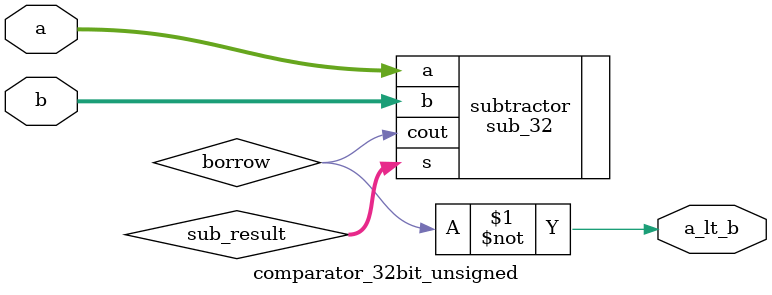
<source format=sv>
module comparator_32bit_unsigned(
    input logic [31:0] a, b,   
    output logic a_lt_b       
);
    logic [31:0] sub_result;
    logic borrow;

    sub_32 subtractor (
        .a(a),
        .b(b),
        .s(sub_result),
        .cout(borrow) 
    );

    assign a_lt_b = ~borrow; 
endmodule

</source>
